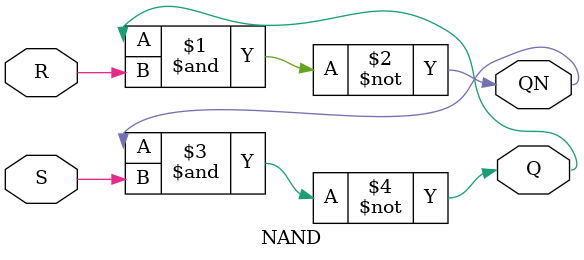
<source format=sv>
`timescale 1ns / 1ps


module NAND(
    input R,S,
    output Q,QN
    );
    
    //logic A1,A2,A3,A4;
    assign #1 QN = ~(Q&R);
    assign #1 Q = ~(QN&S);
endmodule

</source>
